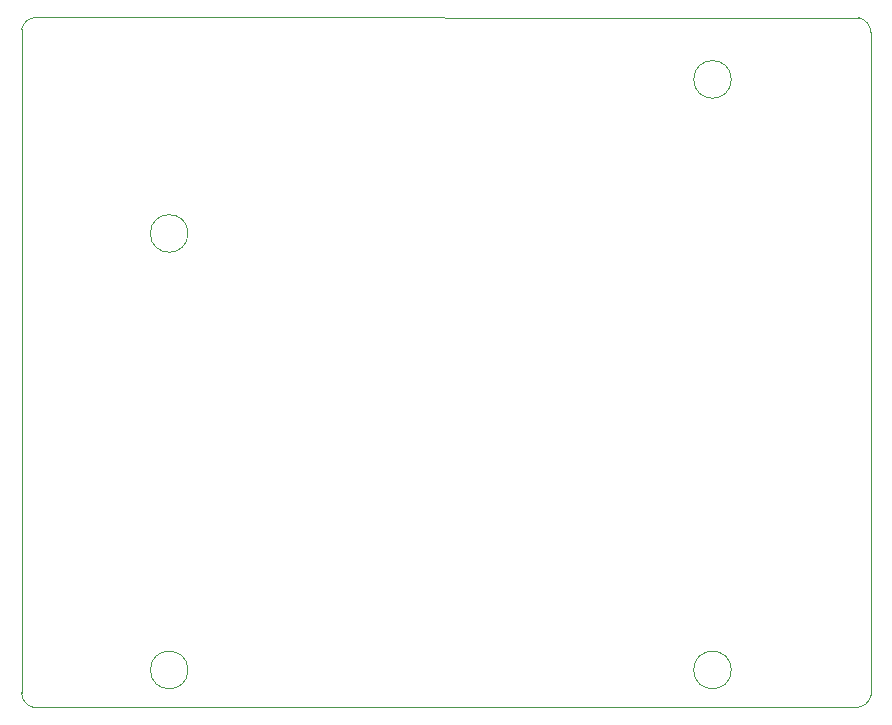
<source format=gm1>
G04 #@! TF.GenerationSoftware,KiCad,Pcbnew,5.1.7-a382d34a8~87~ubuntu20.04.1*
G04 #@! TF.CreationDate,2020-11-13T16:05:12-05:00*
G04 #@! TF.ProjectId,atmega32u4_hub_pcb_1_3,61746d65-6761-4333-9275-345f6875625f,1.3*
G04 #@! TF.SameCoordinates,Original*
G04 #@! TF.FileFunction,Profile,NP*
%FSLAX46Y46*%
G04 Gerber Fmt 4.6, Leading zero omitted, Abs format (unit mm)*
G04 Created by KiCad (PCBNEW 5.1.7-a382d34a8~87~ubuntu20.04.1) date 2020-11-13 16:05:12*
%MOMM*%
%LPD*%
G01*
G04 APERTURE LIST*
G04 #@! TA.AperFunction,Profile*
%ADD10C,0.050000*%
G04 #@! TD*
G04 APERTURE END LIST*
D10*
X109745337Y-71750067D02*
X179381567Y-71779663D01*
X179169863Y-130175000D02*
X109520933Y-130175000D01*
X122592572Y-90043000D02*
G75*
G03*
X122592572Y-90043000I-1592572J0D01*
G01*
X168592572Y-77000000D02*
G75*
G03*
X168592572Y-77000000I-1592572J0D01*
G01*
X122592572Y-127000000D02*
G75*
G03*
X122592572Y-127000000I-1592572J0D01*
G01*
X168592572Y-127000000D02*
G75*
G03*
X168592572Y-127000000I-1592572J0D01*
G01*
X108500000Y-72771000D02*
X108500000Y-128929663D01*
X108500000Y-72771000D02*
G75*
G02*
X109745337Y-71750067I1245337J-249067D01*
G01*
X180415200Y-129154067D02*
X180402500Y-73025000D01*
X109520933Y-130175000D02*
G75*
G02*
X108500000Y-128929663I249067J1245337D01*
G01*
X180415200Y-129154067D02*
G75*
G02*
X179169863Y-130175000I-1245337J249067D01*
G01*
X179381567Y-71779663D02*
G75*
G02*
X180402500Y-73025000I-249067J-1245337D01*
G01*
M02*

</source>
